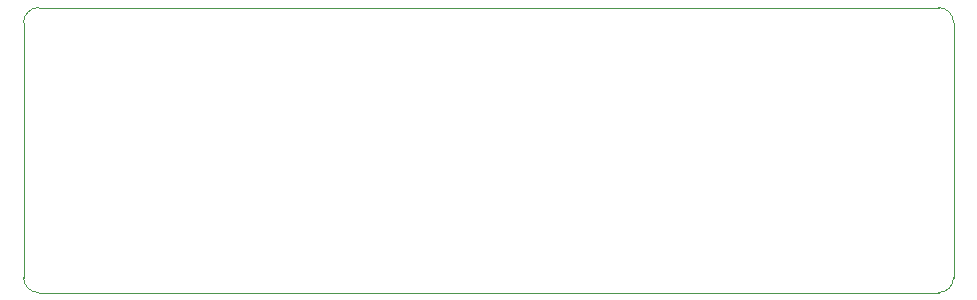
<source format=gbr>
%TF.GenerationSoftware,KiCad,Pcbnew,(5.1.9)-1*%
%TF.CreationDate,2021-04-08T22:41:19+01:00*%
%TF.ProjectId,FF OSD Adapter,4646204f-5344-4204-9164-61707465722e,rev?*%
%TF.SameCoordinates,Original*%
%TF.FileFunction,Profile,NP*%
%FSLAX46Y46*%
G04 Gerber Fmt 4.6, Leading zero omitted, Abs format (unit mm)*
G04 Created by KiCad (PCBNEW (5.1.9)-1) date 2021-04-08 22:41:19*
%MOMM*%
%LPD*%
G01*
G04 APERTURE LIST*
%TA.AperFunction,Profile*%
%ADD10C,0.050000*%
%TD*%
G04 APERTURE END LIST*
D10*
X185420000Y-112395000D02*
G75*
G02*
X184150000Y-113665000I-1270000J0D01*
G01*
X184150000Y-89535000D02*
G75*
G02*
X185420000Y-90805000I0J-1270000D01*
G01*
X106680000Y-90805000D02*
G75*
G02*
X107950000Y-89535000I1270000J0D01*
G01*
X107950000Y-113665000D02*
G75*
G02*
X106680000Y-112395000I0J1270000D01*
G01*
X106680000Y-112395000D02*
X106680000Y-90805000D01*
X184150000Y-113665000D02*
X107950000Y-113665000D01*
X185420000Y-90805000D02*
X185420000Y-112395000D01*
X107950000Y-89535000D02*
X184150000Y-89535000D01*
M02*

</source>
